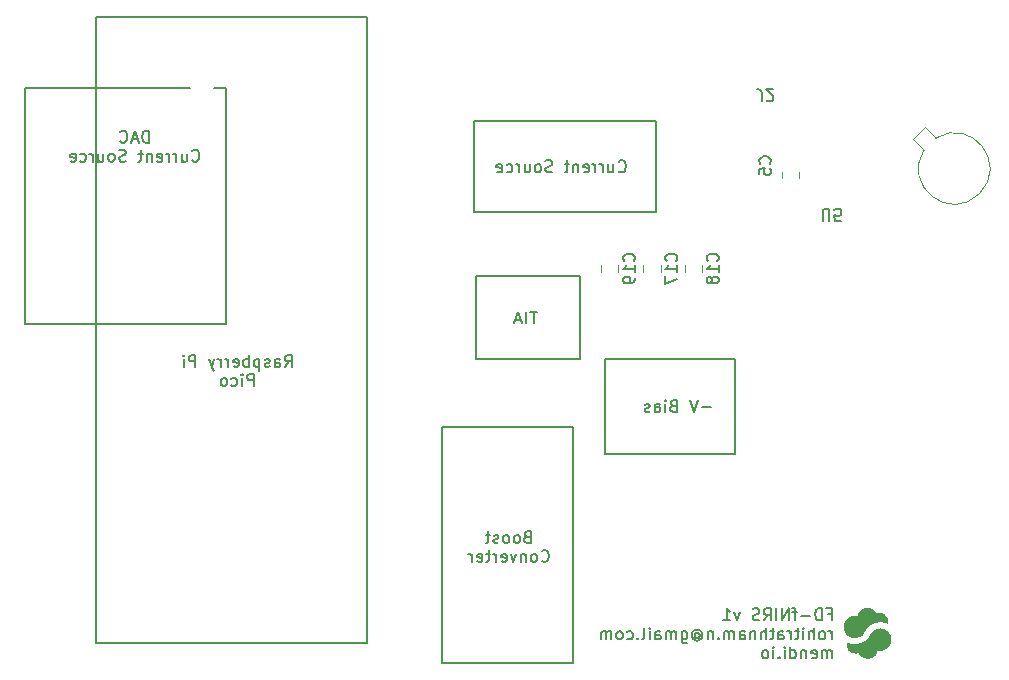
<source format=gbr>
%TF.GenerationSoftware,KiCad,Pcbnew,(6.0.0)*%
%TF.CreationDate,2022-03-16T14:13:50+01:00*%
%TF.ProjectId,driver-board,64726976-6572-42d6-926f-6172642e6b69,rev?*%
%TF.SameCoordinates,Original*%
%TF.FileFunction,Legend,Bot*%
%TF.FilePolarity,Positive*%
%FSLAX46Y46*%
G04 Gerber Fmt 4.6, Leading zero omitted, Abs format (unit mm)*
G04 Created by KiCad (PCBNEW (6.0.0)) date 2022-03-16 14:13:50*
%MOMM*%
%LPD*%
G01*
G04 APERTURE LIST*
%ADD10C,0.150000*%
%ADD11C,0.120000*%
G04 APERTURE END LIST*
D10*
X121100000Y-102000000D02*
X121100000Y-110000000D01*
X99200000Y-94900000D02*
X108000000Y-94900000D01*
X78000000Y-99000000D02*
X61000000Y-99000000D01*
X108000000Y-102000000D02*
X99200000Y-102000000D01*
X99000000Y-81800000D02*
X114450000Y-81800000D01*
X114450000Y-89500000D02*
X99000000Y-89500000D01*
X99200000Y-102000000D02*
X99200000Y-94900000D01*
X78000000Y-79000000D02*
X78000000Y-99000000D01*
X110100000Y-102000000D02*
X121100000Y-102000000D01*
X61000000Y-99000000D02*
X61000000Y-79000000D01*
X99000000Y-81800000D02*
X99000000Y-89500000D01*
X108000000Y-94900000D02*
X108000000Y-102000000D01*
X96300000Y-127700000D02*
X96300000Y-107700000D01*
X107400000Y-127700000D02*
X96300000Y-127700000D01*
X67000000Y-126000000D02*
X67000000Y-73000000D01*
X90000000Y-73000000D02*
X90000000Y-126000000D01*
X107400000Y-107700000D02*
X107400000Y-127700000D01*
X114450000Y-81800000D02*
X114450000Y-89500000D01*
X90000000Y-126000000D02*
X67000000Y-126000000D01*
X67000000Y-73000000D02*
X90000000Y-73000000D01*
X61000000Y-79000000D02*
X75000000Y-79000000D01*
X78000000Y-79000000D02*
X77000000Y-79000000D01*
X121100000Y-110000000D02*
X110100000Y-110000000D01*
X96300000Y-107700000D02*
X107400000Y-107700000D01*
X110100000Y-110000000D02*
X110100000Y-102000000D01*
X111257142Y-86057142D02*
X111304761Y-86104761D01*
X111447619Y-86152380D01*
X111542857Y-86152380D01*
X111685714Y-86104761D01*
X111780952Y-86009523D01*
X111828571Y-85914285D01*
X111876190Y-85723809D01*
X111876190Y-85580952D01*
X111828571Y-85390476D01*
X111780952Y-85295238D01*
X111685714Y-85200000D01*
X111542857Y-85152380D01*
X111447619Y-85152380D01*
X111304761Y-85200000D01*
X111257142Y-85247619D01*
X110400000Y-85485714D02*
X110400000Y-86152380D01*
X110828571Y-85485714D02*
X110828571Y-86009523D01*
X110780952Y-86104761D01*
X110685714Y-86152380D01*
X110542857Y-86152380D01*
X110447619Y-86104761D01*
X110400000Y-86057142D01*
X109923809Y-86152380D02*
X109923809Y-85485714D01*
X109923809Y-85676190D02*
X109876190Y-85580952D01*
X109828571Y-85533333D01*
X109733333Y-85485714D01*
X109638095Y-85485714D01*
X109304761Y-86152380D02*
X109304761Y-85485714D01*
X109304761Y-85676190D02*
X109257142Y-85580952D01*
X109209523Y-85533333D01*
X109114285Y-85485714D01*
X109019047Y-85485714D01*
X108304761Y-86104761D02*
X108400000Y-86152380D01*
X108590476Y-86152380D01*
X108685714Y-86104761D01*
X108733333Y-86009523D01*
X108733333Y-85628571D01*
X108685714Y-85533333D01*
X108590476Y-85485714D01*
X108400000Y-85485714D01*
X108304761Y-85533333D01*
X108257142Y-85628571D01*
X108257142Y-85723809D01*
X108733333Y-85819047D01*
X107828571Y-85485714D02*
X107828571Y-86152380D01*
X107828571Y-85580952D02*
X107780952Y-85533333D01*
X107685714Y-85485714D01*
X107542857Y-85485714D01*
X107447619Y-85533333D01*
X107400000Y-85628571D01*
X107400000Y-86152380D01*
X107066666Y-85485714D02*
X106685714Y-85485714D01*
X106923809Y-85152380D02*
X106923809Y-86009523D01*
X106876190Y-86104761D01*
X106780952Y-86152380D01*
X106685714Y-86152380D01*
X105638095Y-86104761D02*
X105495238Y-86152380D01*
X105257142Y-86152380D01*
X105161904Y-86104761D01*
X105114285Y-86057142D01*
X105066666Y-85961904D01*
X105066666Y-85866666D01*
X105114285Y-85771428D01*
X105161904Y-85723809D01*
X105257142Y-85676190D01*
X105447619Y-85628571D01*
X105542857Y-85580952D01*
X105590476Y-85533333D01*
X105638095Y-85438095D01*
X105638095Y-85342857D01*
X105590476Y-85247619D01*
X105542857Y-85200000D01*
X105447619Y-85152380D01*
X105209523Y-85152380D01*
X105066666Y-85200000D01*
X104495238Y-86152380D02*
X104590476Y-86104761D01*
X104638095Y-86057142D01*
X104685714Y-85961904D01*
X104685714Y-85676190D01*
X104638095Y-85580952D01*
X104590476Y-85533333D01*
X104495238Y-85485714D01*
X104352380Y-85485714D01*
X104257142Y-85533333D01*
X104209523Y-85580952D01*
X104161904Y-85676190D01*
X104161904Y-85961904D01*
X104209523Y-86057142D01*
X104257142Y-86104761D01*
X104352380Y-86152380D01*
X104495238Y-86152380D01*
X103304761Y-85485714D02*
X103304761Y-86152380D01*
X103733333Y-85485714D02*
X103733333Y-86009523D01*
X103685714Y-86104761D01*
X103590476Y-86152380D01*
X103447619Y-86152380D01*
X103352380Y-86104761D01*
X103304761Y-86057142D01*
X102828571Y-86152380D02*
X102828571Y-85485714D01*
X102828571Y-85676190D02*
X102780952Y-85580952D01*
X102733333Y-85533333D01*
X102638095Y-85485714D01*
X102542857Y-85485714D01*
X101780952Y-86104761D02*
X101876190Y-86152380D01*
X102066666Y-86152380D01*
X102161904Y-86104761D01*
X102209523Y-86057142D01*
X102257142Y-85961904D01*
X102257142Y-85676190D01*
X102209523Y-85580952D01*
X102161904Y-85533333D01*
X102066666Y-85485714D01*
X101876190Y-85485714D01*
X101780952Y-85533333D01*
X100971428Y-86104761D02*
X101066666Y-86152380D01*
X101257142Y-86152380D01*
X101352380Y-86104761D01*
X101400000Y-86009523D01*
X101400000Y-85628571D01*
X101352380Y-85533333D01*
X101257142Y-85485714D01*
X101066666Y-85485714D01*
X100971428Y-85533333D01*
X100923809Y-85628571D01*
X100923809Y-85723809D01*
X101400000Y-85819047D01*
X71490476Y-83647380D02*
X71490476Y-82647380D01*
X71252380Y-82647380D01*
X71109523Y-82695000D01*
X71014285Y-82790238D01*
X70966666Y-82885476D01*
X70919047Y-83075952D01*
X70919047Y-83218809D01*
X70966666Y-83409285D01*
X71014285Y-83504523D01*
X71109523Y-83599761D01*
X71252380Y-83647380D01*
X71490476Y-83647380D01*
X70538095Y-83361666D02*
X70061904Y-83361666D01*
X70633333Y-83647380D02*
X70300000Y-82647380D01*
X69966666Y-83647380D01*
X69061904Y-83552142D02*
X69109523Y-83599761D01*
X69252380Y-83647380D01*
X69347619Y-83647380D01*
X69490476Y-83599761D01*
X69585714Y-83504523D01*
X69633333Y-83409285D01*
X69680952Y-83218809D01*
X69680952Y-83075952D01*
X69633333Y-82885476D01*
X69585714Y-82790238D01*
X69490476Y-82695000D01*
X69347619Y-82647380D01*
X69252380Y-82647380D01*
X69109523Y-82695000D01*
X69061904Y-82742619D01*
X75157142Y-85162142D02*
X75204761Y-85209761D01*
X75347619Y-85257380D01*
X75442857Y-85257380D01*
X75585714Y-85209761D01*
X75680952Y-85114523D01*
X75728571Y-85019285D01*
X75776190Y-84828809D01*
X75776190Y-84685952D01*
X75728571Y-84495476D01*
X75680952Y-84400238D01*
X75585714Y-84305000D01*
X75442857Y-84257380D01*
X75347619Y-84257380D01*
X75204761Y-84305000D01*
X75157142Y-84352619D01*
X74300000Y-84590714D02*
X74300000Y-85257380D01*
X74728571Y-84590714D02*
X74728571Y-85114523D01*
X74680952Y-85209761D01*
X74585714Y-85257380D01*
X74442857Y-85257380D01*
X74347619Y-85209761D01*
X74300000Y-85162142D01*
X73823809Y-85257380D02*
X73823809Y-84590714D01*
X73823809Y-84781190D02*
X73776190Y-84685952D01*
X73728571Y-84638333D01*
X73633333Y-84590714D01*
X73538095Y-84590714D01*
X73204761Y-85257380D02*
X73204761Y-84590714D01*
X73204761Y-84781190D02*
X73157142Y-84685952D01*
X73109523Y-84638333D01*
X73014285Y-84590714D01*
X72919047Y-84590714D01*
X72204761Y-85209761D02*
X72300000Y-85257380D01*
X72490476Y-85257380D01*
X72585714Y-85209761D01*
X72633333Y-85114523D01*
X72633333Y-84733571D01*
X72585714Y-84638333D01*
X72490476Y-84590714D01*
X72300000Y-84590714D01*
X72204761Y-84638333D01*
X72157142Y-84733571D01*
X72157142Y-84828809D01*
X72633333Y-84924047D01*
X71728571Y-84590714D02*
X71728571Y-85257380D01*
X71728571Y-84685952D02*
X71680952Y-84638333D01*
X71585714Y-84590714D01*
X71442857Y-84590714D01*
X71347619Y-84638333D01*
X71300000Y-84733571D01*
X71300000Y-85257380D01*
X70966666Y-84590714D02*
X70585714Y-84590714D01*
X70823809Y-84257380D02*
X70823809Y-85114523D01*
X70776190Y-85209761D01*
X70680952Y-85257380D01*
X70585714Y-85257380D01*
X69538095Y-85209761D02*
X69395238Y-85257380D01*
X69157142Y-85257380D01*
X69061904Y-85209761D01*
X69014285Y-85162142D01*
X68966666Y-85066904D01*
X68966666Y-84971666D01*
X69014285Y-84876428D01*
X69061904Y-84828809D01*
X69157142Y-84781190D01*
X69347619Y-84733571D01*
X69442857Y-84685952D01*
X69490476Y-84638333D01*
X69538095Y-84543095D01*
X69538095Y-84447857D01*
X69490476Y-84352619D01*
X69442857Y-84305000D01*
X69347619Y-84257380D01*
X69109523Y-84257380D01*
X68966666Y-84305000D01*
X68395238Y-85257380D02*
X68490476Y-85209761D01*
X68538095Y-85162142D01*
X68585714Y-85066904D01*
X68585714Y-84781190D01*
X68538095Y-84685952D01*
X68490476Y-84638333D01*
X68395238Y-84590714D01*
X68252380Y-84590714D01*
X68157142Y-84638333D01*
X68109523Y-84685952D01*
X68061904Y-84781190D01*
X68061904Y-85066904D01*
X68109523Y-85162142D01*
X68157142Y-85209761D01*
X68252380Y-85257380D01*
X68395238Y-85257380D01*
X67204761Y-84590714D02*
X67204761Y-85257380D01*
X67633333Y-84590714D02*
X67633333Y-85114523D01*
X67585714Y-85209761D01*
X67490476Y-85257380D01*
X67347619Y-85257380D01*
X67252380Y-85209761D01*
X67204761Y-85162142D01*
X66728571Y-85257380D02*
X66728571Y-84590714D01*
X66728571Y-84781190D02*
X66680952Y-84685952D01*
X66633333Y-84638333D01*
X66538095Y-84590714D01*
X66442857Y-84590714D01*
X65680952Y-85209761D02*
X65776190Y-85257380D01*
X65966666Y-85257380D01*
X66061904Y-85209761D01*
X66109523Y-85162142D01*
X66157142Y-85066904D01*
X66157142Y-84781190D01*
X66109523Y-84685952D01*
X66061904Y-84638333D01*
X65966666Y-84590714D01*
X65776190Y-84590714D01*
X65680952Y-84638333D01*
X64871428Y-85209761D02*
X64966666Y-85257380D01*
X65157142Y-85257380D01*
X65252380Y-85209761D01*
X65300000Y-85114523D01*
X65300000Y-84733571D01*
X65252380Y-84638333D01*
X65157142Y-84590714D01*
X64966666Y-84590714D01*
X64871428Y-84638333D01*
X64823809Y-84733571D01*
X64823809Y-84828809D01*
X65300000Y-84924047D01*
X128983132Y-123568571D02*
X129316465Y-123568571D01*
X129316465Y-124092380D02*
X129316465Y-123092380D01*
X128840275Y-123092380D01*
X128459322Y-124092380D02*
X128459322Y-123092380D01*
X128221227Y-123092380D01*
X128078370Y-123140000D01*
X127983132Y-123235238D01*
X127935513Y-123330476D01*
X127887894Y-123520952D01*
X127887894Y-123663809D01*
X127935513Y-123854285D01*
X127983132Y-123949523D01*
X128078370Y-124044761D01*
X128221227Y-124092380D01*
X128459322Y-124092380D01*
X127459322Y-123711428D02*
X126697418Y-123711428D01*
X126364084Y-123425714D02*
X125983132Y-123425714D01*
X126221227Y-124092380D02*
X126221227Y-123235238D01*
X126173608Y-123140000D01*
X126078370Y-123092380D01*
X125983132Y-123092380D01*
X125649799Y-124092380D02*
X125649799Y-123092380D01*
X125078370Y-124092380D01*
X125078370Y-123092380D01*
X124602180Y-124092380D02*
X124602180Y-123092380D01*
X123554561Y-124092380D02*
X123887894Y-123616190D01*
X124125989Y-124092380D02*
X124125989Y-123092380D01*
X123745037Y-123092380D01*
X123649799Y-123140000D01*
X123602180Y-123187619D01*
X123554561Y-123282857D01*
X123554561Y-123425714D01*
X123602180Y-123520952D01*
X123649799Y-123568571D01*
X123745037Y-123616190D01*
X124125989Y-123616190D01*
X123173608Y-124044761D02*
X123030751Y-124092380D01*
X122792656Y-124092380D01*
X122697418Y-124044761D01*
X122649799Y-123997142D01*
X122602180Y-123901904D01*
X122602180Y-123806666D01*
X122649799Y-123711428D01*
X122697418Y-123663809D01*
X122792656Y-123616190D01*
X122983132Y-123568571D01*
X123078370Y-123520952D01*
X123125989Y-123473333D01*
X123173608Y-123378095D01*
X123173608Y-123282857D01*
X123125989Y-123187619D01*
X123078370Y-123140000D01*
X122983132Y-123092380D01*
X122745037Y-123092380D01*
X122602180Y-123140000D01*
X121506941Y-123425714D02*
X121268846Y-124092380D01*
X121030751Y-123425714D01*
X120125989Y-124092380D02*
X120697418Y-124092380D01*
X120411703Y-124092380D02*
X120411703Y-123092380D01*
X120506941Y-123235238D01*
X120602180Y-123330476D01*
X120697418Y-123378095D01*
X129316465Y-125702380D02*
X129316465Y-125035714D01*
X129316465Y-125226190D02*
X129268846Y-125130952D01*
X129221227Y-125083333D01*
X129125989Y-125035714D01*
X129030751Y-125035714D01*
X128554561Y-125702380D02*
X128649799Y-125654761D01*
X128697418Y-125607142D01*
X128745037Y-125511904D01*
X128745037Y-125226190D01*
X128697418Y-125130952D01*
X128649799Y-125083333D01*
X128554561Y-125035714D01*
X128411703Y-125035714D01*
X128316465Y-125083333D01*
X128268846Y-125130952D01*
X128221227Y-125226190D01*
X128221227Y-125511904D01*
X128268846Y-125607142D01*
X128316465Y-125654761D01*
X128411703Y-125702380D01*
X128554561Y-125702380D01*
X127792656Y-125702380D02*
X127792656Y-124702380D01*
X127364084Y-125702380D02*
X127364084Y-125178571D01*
X127411703Y-125083333D01*
X127506941Y-125035714D01*
X127649799Y-125035714D01*
X127745037Y-125083333D01*
X127792656Y-125130952D01*
X126887894Y-125702380D02*
X126887894Y-125035714D01*
X126887894Y-124702380D02*
X126935513Y-124750000D01*
X126887894Y-124797619D01*
X126840275Y-124750000D01*
X126887894Y-124702380D01*
X126887894Y-124797619D01*
X126554561Y-125035714D02*
X126173608Y-125035714D01*
X126411703Y-124702380D02*
X126411703Y-125559523D01*
X126364084Y-125654761D01*
X126268846Y-125702380D01*
X126173608Y-125702380D01*
X125840275Y-125702380D02*
X125840275Y-125035714D01*
X125840275Y-125226190D02*
X125792656Y-125130952D01*
X125745037Y-125083333D01*
X125649799Y-125035714D01*
X125554561Y-125035714D01*
X124792656Y-125702380D02*
X124792656Y-125178571D01*
X124840275Y-125083333D01*
X124935513Y-125035714D01*
X125125989Y-125035714D01*
X125221227Y-125083333D01*
X124792656Y-125654761D02*
X124887894Y-125702380D01*
X125125989Y-125702380D01*
X125221227Y-125654761D01*
X125268846Y-125559523D01*
X125268846Y-125464285D01*
X125221227Y-125369047D01*
X125125989Y-125321428D01*
X124887894Y-125321428D01*
X124792656Y-125273809D01*
X124459322Y-125035714D02*
X124078370Y-125035714D01*
X124316465Y-124702380D02*
X124316465Y-125559523D01*
X124268846Y-125654761D01*
X124173608Y-125702380D01*
X124078370Y-125702380D01*
X123745037Y-125702380D02*
X123745037Y-124702380D01*
X123316465Y-125702380D02*
X123316465Y-125178571D01*
X123364084Y-125083333D01*
X123459322Y-125035714D01*
X123602180Y-125035714D01*
X123697418Y-125083333D01*
X123745037Y-125130952D01*
X122840275Y-125035714D02*
X122840275Y-125702380D01*
X122840275Y-125130952D02*
X122792656Y-125083333D01*
X122697418Y-125035714D01*
X122554561Y-125035714D01*
X122459322Y-125083333D01*
X122411703Y-125178571D01*
X122411703Y-125702380D01*
X121506941Y-125702380D02*
X121506941Y-125178571D01*
X121554561Y-125083333D01*
X121649799Y-125035714D01*
X121840275Y-125035714D01*
X121935513Y-125083333D01*
X121506941Y-125654761D02*
X121602180Y-125702380D01*
X121840275Y-125702380D01*
X121935513Y-125654761D01*
X121983132Y-125559523D01*
X121983132Y-125464285D01*
X121935513Y-125369047D01*
X121840275Y-125321428D01*
X121602180Y-125321428D01*
X121506941Y-125273809D01*
X121030751Y-125702380D02*
X121030751Y-125035714D01*
X121030751Y-125130952D02*
X120983132Y-125083333D01*
X120887894Y-125035714D01*
X120745037Y-125035714D01*
X120649799Y-125083333D01*
X120602180Y-125178571D01*
X120602180Y-125702380D01*
X120602180Y-125178571D02*
X120554561Y-125083333D01*
X120459322Y-125035714D01*
X120316465Y-125035714D01*
X120221227Y-125083333D01*
X120173608Y-125178571D01*
X120173608Y-125702380D01*
X119697418Y-125607142D02*
X119649799Y-125654761D01*
X119697418Y-125702380D01*
X119745037Y-125654761D01*
X119697418Y-125607142D01*
X119697418Y-125702380D01*
X119221227Y-125035714D02*
X119221227Y-125702380D01*
X119221227Y-125130952D02*
X119173608Y-125083333D01*
X119078370Y-125035714D01*
X118935513Y-125035714D01*
X118840275Y-125083333D01*
X118792656Y-125178571D01*
X118792656Y-125702380D01*
X117697418Y-125226190D02*
X117745037Y-125178571D01*
X117840275Y-125130952D01*
X117935513Y-125130952D01*
X118030751Y-125178571D01*
X118078370Y-125226190D01*
X118125989Y-125321428D01*
X118125989Y-125416666D01*
X118078370Y-125511904D01*
X118030751Y-125559523D01*
X117935513Y-125607142D01*
X117840275Y-125607142D01*
X117745037Y-125559523D01*
X117697418Y-125511904D01*
X117697418Y-125130952D02*
X117697418Y-125511904D01*
X117649799Y-125559523D01*
X117602180Y-125559523D01*
X117506941Y-125511904D01*
X117459322Y-125416666D01*
X117459322Y-125178571D01*
X117554561Y-125035714D01*
X117697418Y-124940476D01*
X117887894Y-124892857D01*
X118078370Y-124940476D01*
X118221227Y-125035714D01*
X118316465Y-125178571D01*
X118364084Y-125369047D01*
X118316465Y-125559523D01*
X118221227Y-125702380D01*
X118078370Y-125797619D01*
X117887894Y-125845238D01*
X117697418Y-125797619D01*
X117554561Y-125702380D01*
X116602180Y-125035714D02*
X116602180Y-125845238D01*
X116649799Y-125940476D01*
X116697418Y-125988095D01*
X116792656Y-126035714D01*
X116935513Y-126035714D01*
X117030751Y-125988095D01*
X116602180Y-125654761D02*
X116697418Y-125702380D01*
X116887894Y-125702380D01*
X116983132Y-125654761D01*
X117030751Y-125607142D01*
X117078370Y-125511904D01*
X117078370Y-125226190D01*
X117030751Y-125130952D01*
X116983132Y-125083333D01*
X116887894Y-125035714D01*
X116697418Y-125035714D01*
X116602180Y-125083333D01*
X116125989Y-125702380D02*
X116125989Y-125035714D01*
X116125989Y-125130952D02*
X116078370Y-125083333D01*
X115983132Y-125035714D01*
X115840275Y-125035714D01*
X115745037Y-125083333D01*
X115697418Y-125178571D01*
X115697418Y-125702380D01*
X115697418Y-125178571D02*
X115649799Y-125083333D01*
X115554561Y-125035714D01*
X115411703Y-125035714D01*
X115316465Y-125083333D01*
X115268846Y-125178571D01*
X115268846Y-125702380D01*
X114364084Y-125702380D02*
X114364084Y-125178571D01*
X114411703Y-125083333D01*
X114506941Y-125035714D01*
X114697418Y-125035714D01*
X114792656Y-125083333D01*
X114364084Y-125654761D02*
X114459322Y-125702380D01*
X114697418Y-125702380D01*
X114792656Y-125654761D01*
X114840275Y-125559523D01*
X114840275Y-125464285D01*
X114792656Y-125369047D01*
X114697418Y-125321428D01*
X114459322Y-125321428D01*
X114364084Y-125273809D01*
X113887894Y-125702380D02*
X113887894Y-125035714D01*
X113887894Y-124702380D02*
X113935513Y-124750000D01*
X113887894Y-124797619D01*
X113840275Y-124750000D01*
X113887894Y-124702380D01*
X113887894Y-124797619D01*
X113268846Y-125702380D02*
X113364084Y-125654761D01*
X113411703Y-125559523D01*
X113411703Y-124702380D01*
X112887894Y-125607142D02*
X112840275Y-125654761D01*
X112887894Y-125702380D01*
X112935513Y-125654761D01*
X112887894Y-125607142D01*
X112887894Y-125702380D01*
X111983132Y-125654761D02*
X112078370Y-125702380D01*
X112268846Y-125702380D01*
X112364084Y-125654761D01*
X112411703Y-125607142D01*
X112459322Y-125511904D01*
X112459322Y-125226190D01*
X112411703Y-125130952D01*
X112364084Y-125083333D01*
X112268846Y-125035714D01*
X112078370Y-125035714D01*
X111983132Y-125083333D01*
X111411703Y-125702380D02*
X111506941Y-125654761D01*
X111554561Y-125607142D01*
X111602180Y-125511904D01*
X111602180Y-125226190D01*
X111554561Y-125130952D01*
X111506941Y-125083333D01*
X111411703Y-125035714D01*
X111268846Y-125035714D01*
X111173608Y-125083333D01*
X111125989Y-125130952D01*
X111078370Y-125226190D01*
X111078370Y-125511904D01*
X111125989Y-125607142D01*
X111173608Y-125654761D01*
X111268846Y-125702380D01*
X111411703Y-125702380D01*
X110649799Y-125702380D02*
X110649799Y-125035714D01*
X110649799Y-125130952D02*
X110602180Y-125083333D01*
X110506941Y-125035714D01*
X110364084Y-125035714D01*
X110268846Y-125083333D01*
X110221227Y-125178571D01*
X110221227Y-125702380D01*
X110221227Y-125178571D02*
X110173608Y-125083333D01*
X110078370Y-125035714D01*
X109935513Y-125035714D01*
X109840275Y-125083333D01*
X109792656Y-125178571D01*
X109792656Y-125702380D01*
X129316465Y-127312380D02*
X129316465Y-126645714D01*
X129316465Y-126740952D02*
X129268846Y-126693333D01*
X129173608Y-126645714D01*
X129030751Y-126645714D01*
X128935513Y-126693333D01*
X128887894Y-126788571D01*
X128887894Y-127312380D01*
X128887894Y-126788571D02*
X128840275Y-126693333D01*
X128745037Y-126645714D01*
X128602180Y-126645714D01*
X128506941Y-126693333D01*
X128459322Y-126788571D01*
X128459322Y-127312380D01*
X127602180Y-127264761D02*
X127697418Y-127312380D01*
X127887894Y-127312380D01*
X127983132Y-127264761D01*
X128030751Y-127169523D01*
X128030751Y-126788571D01*
X127983132Y-126693333D01*
X127887894Y-126645714D01*
X127697418Y-126645714D01*
X127602180Y-126693333D01*
X127554561Y-126788571D01*
X127554561Y-126883809D01*
X128030751Y-126979047D01*
X127125989Y-126645714D02*
X127125989Y-127312380D01*
X127125989Y-126740952D02*
X127078370Y-126693333D01*
X126983132Y-126645714D01*
X126840275Y-126645714D01*
X126745037Y-126693333D01*
X126697418Y-126788571D01*
X126697418Y-127312380D01*
X125792656Y-127312380D02*
X125792656Y-126312380D01*
X125792656Y-127264761D02*
X125887894Y-127312380D01*
X126078370Y-127312380D01*
X126173608Y-127264761D01*
X126221227Y-127217142D01*
X126268846Y-127121904D01*
X126268846Y-126836190D01*
X126221227Y-126740952D01*
X126173608Y-126693333D01*
X126078370Y-126645714D01*
X125887894Y-126645714D01*
X125792656Y-126693333D01*
X125316465Y-127312380D02*
X125316465Y-126645714D01*
X125316465Y-126312380D02*
X125364084Y-126360000D01*
X125316465Y-126407619D01*
X125268846Y-126360000D01*
X125316465Y-126312380D01*
X125316465Y-126407619D01*
X124840275Y-127217142D02*
X124792656Y-127264761D01*
X124840275Y-127312380D01*
X124887894Y-127264761D01*
X124840275Y-127217142D01*
X124840275Y-127312380D01*
X124364084Y-127312380D02*
X124364084Y-126645714D01*
X124364084Y-126312380D02*
X124411703Y-126360000D01*
X124364084Y-126407619D01*
X124316465Y-126360000D01*
X124364084Y-126312380D01*
X124364084Y-126407619D01*
X123745037Y-127312380D02*
X123840275Y-127264761D01*
X123887894Y-127217142D01*
X123935513Y-127121904D01*
X123935513Y-126836190D01*
X123887894Y-126740952D01*
X123840275Y-126693333D01*
X123745037Y-126645714D01*
X123602180Y-126645714D01*
X123506941Y-126693333D01*
X123459322Y-126740952D01*
X123411703Y-126836190D01*
X123411703Y-127121904D01*
X123459322Y-127217142D01*
X123506941Y-127264761D01*
X123602180Y-127312380D01*
X123745037Y-127312380D01*
X119085714Y-106071428D02*
X118323809Y-106071428D01*
X117990476Y-105452380D02*
X117657142Y-106452380D01*
X117323809Y-105452380D01*
X115895238Y-105928571D02*
X115752380Y-105976190D01*
X115704761Y-106023809D01*
X115657142Y-106119047D01*
X115657142Y-106261904D01*
X115704761Y-106357142D01*
X115752380Y-106404761D01*
X115847619Y-106452380D01*
X116228571Y-106452380D01*
X116228571Y-105452380D01*
X115895238Y-105452380D01*
X115800000Y-105500000D01*
X115752380Y-105547619D01*
X115704761Y-105642857D01*
X115704761Y-105738095D01*
X115752380Y-105833333D01*
X115800000Y-105880952D01*
X115895238Y-105928571D01*
X116228571Y-105928571D01*
X115228571Y-106452380D02*
X115228571Y-105785714D01*
X115228571Y-105452380D02*
X115276190Y-105500000D01*
X115228571Y-105547619D01*
X115180952Y-105500000D01*
X115228571Y-105452380D01*
X115228571Y-105547619D01*
X114323809Y-106452380D02*
X114323809Y-105928571D01*
X114371428Y-105833333D01*
X114466666Y-105785714D01*
X114657142Y-105785714D01*
X114752380Y-105833333D01*
X114323809Y-106404761D02*
X114419047Y-106452380D01*
X114657142Y-106452380D01*
X114752380Y-106404761D01*
X114800000Y-106309523D01*
X114800000Y-106214285D01*
X114752380Y-106119047D01*
X114657142Y-106071428D01*
X114419047Y-106071428D01*
X114323809Y-106023809D01*
X113895238Y-106404761D02*
X113800000Y-106452380D01*
X113609523Y-106452380D01*
X113514285Y-106404761D01*
X113466666Y-106309523D01*
X113466666Y-106261904D01*
X113514285Y-106166666D01*
X113609523Y-106119047D01*
X113752380Y-106119047D01*
X113847619Y-106071428D01*
X113895238Y-105976190D01*
X113895238Y-105928571D01*
X113847619Y-105833333D01*
X113752380Y-105785714D01*
X113609523Y-105785714D01*
X113514285Y-105833333D01*
X103523809Y-117023571D02*
X103380952Y-117071190D01*
X103333333Y-117118809D01*
X103285714Y-117214047D01*
X103285714Y-117356904D01*
X103333333Y-117452142D01*
X103380952Y-117499761D01*
X103476190Y-117547380D01*
X103857142Y-117547380D01*
X103857142Y-116547380D01*
X103523809Y-116547380D01*
X103428571Y-116595000D01*
X103380952Y-116642619D01*
X103333333Y-116737857D01*
X103333333Y-116833095D01*
X103380952Y-116928333D01*
X103428571Y-116975952D01*
X103523809Y-117023571D01*
X103857142Y-117023571D01*
X102714285Y-117547380D02*
X102809523Y-117499761D01*
X102857142Y-117452142D01*
X102904761Y-117356904D01*
X102904761Y-117071190D01*
X102857142Y-116975952D01*
X102809523Y-116928333D01*
X102714285Y-116880714D01*
X102571428Y-116880714D01*
X102476190Y-116928333D01*
X102428571Y-116975952D01*
X102380952Y-117071190D01*
X102380952Y-117356904D01*
X102428571Y-117452142D01*
X102476190Y-117499761D01*
X102571428Y-117547380D01*
X102714285Y-117547380D01*
X101809523Y-117547380D02*
X101904761Y-117499761D01*
X101952380Y-117452142D01*
X102000000Y-117356904D01*
X102000000Y-117071190D01*
X101952380Y-116975952D01*
X101904761Y-116928333D01*
X101809523Y-116880714D01*
X101666666Y-116880714D01*
X101571428Y-116928333D01*
X101523809Y-116975952D01*
X101476190Y-117071190D01*
X101476190Y-117356904D01*
X101523809Y-117452142D01*
X101571428Y-117499761D01*
X101666666Y-117547380D01*
X101809523Y-117547380D01*
X101095238Y-117499761D02*
X101000000Y-117547380D01*
X100809523Y-117547380D01*
X100714285Y-117499761D01*
X100666666Y-117404523D01*
X100666666Y-117356904D01*
X100714285Y-117261666D01*
X100809523Y-117214047D01*
X100952380Y-117214047D01*
X101047619Y-117166428D01*
X101095238Y-117071190D01*
X101095238Y-117023571D01*
X101047619Y-116928333D01*
X100952380Y-116880714D01*
X100809523Y-116880714D01*
X100714285Y-116928333D01*
X100380952Y-116880714D02*
X100000000Y-116880714D01*
X100238095Y-116547380D02*
X100238095Y-117404523D01*
X100190476Y-117499761D01*
X100095238Y-117547380D01*
X100000000Y-117547380D01*
X104738095Y-119062142D02*
X104785714Y-119109761D01*
X104928571Y-119157380D01*
X105023809Y-119157380D01*
X105166666Y-119109761D01*
X105261904Y-119014523D01*
X105309523Y-118919285D01*
X105357142Y-118728809D01*
X105357142Y-118585952D01*
X105309523Y-118395476D01*
X105261904Y-118300238D01*
X105166666Y-118205000D01*
X105023809Y-118157380D01*
X104928571Y-118157380D01*
X104785714Y-118205000D01*
X104738095Y-118252619D01*
X104166666Y-119157380D02*
X104261904Y-119109761D01*
X104309523Y-119062142D01*
X104357142Y-118966904D01*
X104357142Y-118681190D01*
X104309523Y-118585952D01*
X104261904Y-118538333D01*
X104166666Y-118490714D01*
X104023809Y-118490714D01*
X103928571Y-118538333D01*
X103880952Y-118585952D01*
X103833333Y-118681190D01*
X103833333Y-118966904D01*
X103880952Y-119062142D01*
X103928571Y-119109761D01*
X104023809Y-119157380D01*
X104166666Y-119157380D01*
X103404761Y-118490714D02*
X103404761Y-119157380D01*
X103404761Y-118585952D02*
X103357142Y-118538333D01*
X103261904Y-118490714D01*
X103119047Y-118490714D01*
X103023809Y-118538333D01*
X102976190Y-118633571D01*
X102976190Y-119157380D01*
X102595238Y-118490714D02*
X102357142Y-119157380D01*
X102119047Y-118490714D01*
X101357142Y-119109761D02*
X101452380Y-119157380D01*
X101642857Y-119157380D01*
X101738095Y-119109761D01*
X101785714Y-119014523D01*
X101785714Y-118633571D01*
X101738095Y-118538333D01*
X101642857Y-118490714D01*
X101452380Y-118490714D01*
X101357142Y-118538333D01*
X101309523Y-118633571D01*
X101309523Y-118728809D01*
X101785714Y-118824047D01*
X100880952Y-119157380D02*
X100880952Y-118490714D01*
X100880952Y-118681190D02*
X100833333Y-118585952D01*
X100785714Y-118538333D01*
X100690476Y-118490714D01*
X100595238Y-118490714D01*
X100404761Y-118490714D02*
X100023809Y-118490714D01*
X100261904Y-118157380D02*
X100261904Y-119014523D01*
X100214285Y-119109761D01*
X100119047Y-119157380D01*
X100023809Y-119157380D01*
X99309523Y-119109761D02*
X99404761Y-119157380D01*
X99595238Y-119157380D01*
X99690476Y-119109761D01*
X99738095Y-119014523D01*
X99738095Y-118633571D01*
X99690476Y-118538333D01*
X99595238Y-118490714D01*
X99404761Y-118490714D01*
X99309523Y-118538333D01*
X99261904Y-118633571D01*
X99261904Y-118728809D01*
X99738095Y-118824047D01*
X98833333Y-119157380D02*
X98833333Y-118490714D01*
X98833333Y-118681190D02*
X98785714Y-118585952D01*
X98738095Y-118538333D01*
X98642857Y-118490714D01*
X98547619Y-118490714D01*
X83000000Y-102647380D02*
X83333333Y-102171190D01*
X83571428Y-102647380D02*
X83571428Y-101647380D01*
X83190476Y-101647380D01*
X83095238Y-101695000D01*
X83047619Y-101742619D01*
X83000000Y-101837857D01*
X83000000Y-101980714D01*
X83047619Y-102075952D01*
X83095238Y-102123571D01*
X83190476Y-102171190D01*
X83571428Y-102171190D01*
X82142857Y-102647380D02*
X82142857Y-102123571D01*
X82190476Y-102028333D01*
X82285714Y-101980714D01*
X82476190Y-101980714D01*
X82571428Y-102028333D01*
X82142857Y-102599761D02*
X82238095Y-102647380D01*
X82476190Y-102647380D01*
X82571428Y-102599761D01*
X82619047Y-102504523D01*
X82619047Y-102409285D01*
X82571428Y-102314047D01*
X82476190Y-102266428D01*
X82238095Y-102266428D01*
X82142857Y-102218809D01*
X81714285Y-102599761D02*
X81619047Y-102647380D01*
X81428571Y-102647380D01*
X81333333Y-102599761D01*
X81285714Y-102504523D01*
X81285714Y-102456904D01*
X81333333Y-102361666D01*
X81428571Y-102314047D01*
X81571428Y-102314047D01*
X81666666Y-102266428D01*
X81714285Y-102171190D01*
X81714285Y-102123571D01*
X81666666Y-102028333D01*
X81571428Y-101980714D01*
X81428571Y-101980714D01*
X81333333Y-102028333D01*
X80857142Y-101980714D02*
X80857142Y-102980714D01*
X80857142Y-102028333D02*
X80761904Y-101980714D01*
X80571428Y-101980714D01*
X80476190Y-102028333D01*
X80428571Y-102075952D01*
X80380952Y-102171190D01*
X80380952Y-102456904D01*
X80428571Y-102552142D01*
X80476190Y-102599761D01*
X80571428Y-102647380D01*
X80761904Y-102647380D01*
X80857142Y-102599761D01*
X79952380Y-102647380D02*
X79952380Y-101647380D01*
X79952380Y-102028333D02*
X79857142Y-101980714D01*
X79666666Y-101980714D01*
X79571428Y-102028333D01*
X79523809Y-102075952D01*
X79476190Y-102171190D01*
X79476190Y-102456904D01*
X79523809Y-102552142D01*
X79571428Y-102599761D01*
X79666666Y-102647380D01*
X79857142Y-102647380D01*
X79952380Y-102599761D01*
X78666666Y-102599761D02*
X78761904Y-102647380D01*
X78952380Y-102647380D01*
X79047619Y-102599761D01*
X79095238Y-102504523D01*
X79095238Y-102123571D01*
X79047619Y-102028333D01*
X78952380Y-101980714D01*
X78761904Y-101980714D01*
X78666666Y-102028333D01*
X78619047Y-102123571D01*
X78619047Y-102218809D01*
X79095238Y-102314047D01*
X78190476Y-102647380D02*
X78190476Y-101980714D01*
X78190476Y-102171190D02*
X78142857Y-102075952D01*
X78095238Y-102028333D01*
X78000000Y-101980714D01*
X77904761Y-101980714D01*
X77571428Y-102647380D02*
X77571428Y-101980714D01*
X77571428Y-102171190D02*
X77523809Y-102075952D01*
X77476190Y-102028333D01*
X77380952Y-101980714D01*
X77285714Y-101980714D01*
X77047619Y-101980714D02*
X76809523Y-102647380D01*
X76571428Y-101980714D02*
X76809523Y-102647380D01*
X76904761Y-102885476D01*
X76952380Y-102933095D01*
X77047619Y-102980714D01*
X75428571Y-102647380D02*
X75428571Y-101647380D01*
X75047619Y-101647380D01*
X74952380Y-101695000D01*
X74904761Y-101742619D01*
X74857142Y-101837857D01*
X74857142Y-101980714D01*
X74904761Y-102075952D01*
X74952380Y-102123571D01*
X75047619Y-102171190D01*
X75428571Y-102171190D01*
X74428571Y-102647380D02*
X74428571Y-101980714D01*
X74428571Y-101647380D02*
X74476190Y-101695000D01*
X74428571Y-101742619D01*
X74380952Y-101695000D01*
X74428571Y-101647380D01*
X74428571Y-101742619D01*
X80380952Y-104257380D02*
X80380952Y-103257380D01*
X80000000Y-103257380D01*
X79904761Y-103305000D01*
X79857142Y-103352619D01*
X79809523Y-103447857D01*
X79809523Y-103590714D01*
X79857142Y-103685952D01*
X79904761Y-103733571D01*
X80000000Y-103781190D01*
X80380952Y-103781190D01*
X79380952Y-104257380D02*
X79380952Y-103590714D01*
X79380952Y-103257380D02*
X79428571Y-103305000D01*
X79380952Y-103352619D01*
X79333333Y-103305000D01*
X79380952Y-103257380D01*
X79380952Y-103352619D01*
X78476190Y-104209761D02*
X78571428Y-104257380D01*
X78761904Y-104257380D01*
X78857142Y-104209761D01*
X78904761Y-104162142D01*
X78952380Y-104066904D01*
X78952380Y-103781190D01*
X78904761Y-103685952D01*
X78857142Y-103638333D01*
X78761904Y-103590714D01*
X78571428Y-103590714D01*
X78476190Y-103638333D01*
X77904761Y-104257380D02*
X78000000Y-104209761D01*
X78047619Y-104162142D01*
X78095238Y-104066904D01*
X78095238Y-103781190D01*
X78047619Y-103685952D01*
X78000000Y-103638333D01*
X77904761Y-103590714D01*
X77761904Y-103590714D01*
X77666666Y-103638333D01*
X77619047Y-103685952D01*
X77571428Y-103781190D01*
X77571428Y-104066904D01*
X77619047Y-104162142D01*
X77666666Y-104209761D01*
X77761904Y-104257380D01*
X77904761Y-104257380D01*
X104352380Y-97952380D02*
X103780952Y-97952380D01*
X104066666Y-98952380D02*
X104066666Y-97952380D01*
X103447619Y-98952380D02*
X103447619Y-97952380D01*
X103019047Y-98666666D02*
X102542857Y-98666666D01*
X103114285Y-98952380D02*
X102780952Y-97952380D01*
X102447619Y-98952380D01*
%TO.C,J2*%
X123366666Y-80147619D02*
X123366666Y-79433333D01*
X123319047Y-79290476D01*
X123223809Y-79195238D01*
X123080952Y-79147619D01*
X122985714Y-79147619D01*
X123795238Y-80052380D02*
X123842857Y-80100000D01*
X123938095Y-80147619D01*
X124176190Y-80147619D01*
X124271428Y-80100000D01*
X124319047Y-80052380D01*
X124366666Y-79957142D01*
X124366666Y-79861904D01*
X124319047Y-79719047D01*
X123747619Y-79147619D01*
X124366666Y-79147619D01*
%TO.C,C18*%
X119637142Y-93657142D02*
X119684761Y-93609523D01*
X119732380Y-93466666D01*
X119732380Y-93371428D01*
X119684761Y-93228571D01*
X119589523Y-93133333D01*
X119494285Y-93085714D01*
X119303809Y-93038095D01*
X119160952Y-93038095D01*
X118970476Y-93085714D01*
X118875238Y-93133333D01*
X118780000Y-93228571D01*
X118732380Y-93371428D01*
X118732380Y-93466666D01*
X118780000Y-93609523D01*
X118827619Y-93657142D01*
X119732380Y-94609523D02*
X119732380Y-94038095D01*
X119732380Y-94323809D02*
X118732380Y-94323809D01*
X118875238Y-94228571D01*
X118970476Y-94133333D01*
X119018095Y-94038095D01*
X119160952Y-95180952D02*
X119113333Y-95085714D01*
X119065714Y-95038095D01*
X118970476Y-94990476D01*
X118922857Y-94990476D01*
X118827619Y-95038095D01*
X118780000Y-95085714D01*
X118732380Y-95180952D01*
X118732380Y-95371428D01*
X118780000Y-95466666D01*
X118827619Y-95514285D01*
X118922857Y-95561904D01*
X118970476Y-95561904D01*
X119065714Y-95514285D01*
X119113333Y-95466666D01*
X119160952Y-95371428D01*
X119160952Y-95180952D01*
X119208571Y-95085714D01*
X119256190Y-95038095D01*
X119351428Y-94990476D01*
X119541904Y-94990476D01*
X119637142Y-95038095D01*
X119684761Y-95085714D01*
X119732380Y-95180952D01*
X119732380Y-95371428D01*
X119684761Y-95466666D01*
X119637142Y-95514285D01*
X119541904Y-95561904D01*
X119351428Y-95561904D01*
X119256190Y-95514285D01*
X119208571Y-95466666D01*
X119160952Y-95371428D01*
%TO.C,C5*%
X124057142Y-85433333D02*
X124104761Y-85385714D01*
X124152380Y-85242857D01*
X124152380Y-85147619D01*
X124104761Y-85004761D01*
X124009523Y-84909523D01*
X123914285Y-84861904D01*
X123723809Y-84814285D01*
X123580952Y-84814285D01*
X123390476Y-84861904D01*
X123295238Y-84909523D01*
X123200000Y-85004761D01*
X123152380Y-85147619D01*
X123152380Y-85242857D01*
X123200000Y-85385714D01*
X123247619Y-85433333D01*
X123152380Y-86338095D02*
X123152380Y-85861904D01*
X123628571Y-85814285D01*
X123580952Y-85861904D01*
X123533333Y-85957142D01*
X123533333Y-86195238D01*
X123580952Y-86290476D01*
X123628571Y-86338095D01*
X123723809Y-86385714D01*
X123961904Y-86385714D01*
X124057142Y-86338095D01*
X124104761Y-86290476D01*
X124152380Y-86195238D01*
X124152380Y-85957142D01*
X124104761Y-85861904D01*
X124057142Y-85814285D01*
%TO.C,C17*%
X116137142Y-93657142D02*
X116184761Y-93609523D01*
X116232380Y-93466666D01*
X116232380Y-93371428D01*
X116184761Y-93228571D01*
X116089523Y-93133333D01*
X115994285Y-93085714D01*
X115803809Y-93038095D01*
X115660952Y-93038095D01*
X115470476Y-93085714D01*
X115375238Y-93133333D01*
X115280000Y-93228571D01*
X115232380Y-93371428D01*
X115232380Y-93466666D01*
X115280000Y-93609523D01*
X115327619Y-93657142D01*
X116232380Y-94609523D02*
X116232380Y-94038095D01*
X116232380Y-94323809D02*
X115232380Y-94323809D01*
X115375238Y-94228571D01*
X115470476Y-94133333D01*
X115518095Y-94038095D01*
X115232380Y-94942857D02*
X115232380Y-95609523D01*
X116232380Y-95180952D01*
%TO.C,U5*%
X128538095Y-90247619D02*
X128538095Y-89438095D01*
X128585714Y-89342857D01*
X128633333Y-89295238D01*
X128728571Y-89247619D01*
X128919047Y-89247619D01*
X129014285Y-89295238D01*
X129061904Y-89342857D01*
X129109523Y-89438095D01*
X129109523Y-90247619D01*
X130061904Y-90247619D02*
X129585714Y-90247619D01*
X129538095Y-89771428D01*
X129585714Y-89819047D01*
X129680952Y-89866666D01*
X129919047Y-89866666D01*
X130014285Y-89819047D01*
X130061904Y-89771428D01*
X130109523Y-89676190D01*
X130109523Y-89438095D01*
X130061904Y-89342857D01*
X130014285Y-89295238D01*
X129919047Y-89247619D01*
X129680952Y-89247619D01*
X129585714Y-89295238D01*
X129538095Y-89342857D01*
%TO.C,C19*%
X112537142Y-93657142D02*
X112584761Y-93609523D01*
X112632380Y-93466666D01*
X112632380Y-93371428D01*
X112584761Y-93228571D01*
X112489523Y-93133333D01*
X112394285Y-93085714D01*
X112203809Y-93038095D01*
X112060952Y-93038095D01*
X111870476Y-93085714D01*
X111775238Y-93133333D01*
X111680000Y-93228571D01*
X111632380Y-93371428D01*
X111632380Y-93466666D01*
X111680000Y-93609523D01*
X111727619Y-93657142D01*
X112632380Y-94609523D02*
X112632380Y-94038095D01*
X112632380Y-94323809D02*
X111632380Y-94323809D01*
X111775238Y-94228571D01*
X111870476Y-94133333D01*
X111918095Y-94038095D01*
X112632380Y-95085714D02*
X112632380Y-95276190D01*
X112584761Y-95371428D01*
X112537142Y-95419047D01*
X112394285Y-95514285D01*
X112203809Y-95561904D01*
X111822857Y-95561904D01*
X111727619Y-95514285D01*
X111680000Y-95466666D01*
X111632380Y-95371428D01*
X111632380Y-95180952D01*
X111680000Y-95085714D01*
X111727619Y-95038095D01*
X111822857Y-94990476D01*
X112060952Y-94990476D01*
X112156190Y-95038095D01*
X112203809Y-95085714D01*
X112251428Y-95180952D01*
X112251428Y-95371428D01*
X112203809Y-95466666D01*
X112156190Y-95514285D01*
X112060952Y-95561904D01*
D11*
%TO.C,C18*%
X118335000Y-94561252D02*
X118335000Y-94038748D01*
X116865000Y-94561252D02*
X116865000Y-94038748D01*
%TO.C,C5*%
X126535000Y-86138748D02*
X126535000Y-86661252D01*
X125065000Y-86138748D02*
X125065000Y-86661252D01*
%TO.C,C17*%
X114835000Y-94561252D02*
X114835000Y-94038748D01*
X113365000Y-94561252D02*
X113365000Y-94038748D01*
%TO.C,FID1*%
G36*
X132356207Y-123029768D02*
G01*
X132393904Y-123029988D01*
X132423459Y-123030557D01*
X132447141Y-123031670D01*
X132467217Y-123033519D01*
X132485954Y-123036295D01*
X132505619Y-123040192D01*
X132528480Y-123045403D01*
X132607283Y-123067002D01*
X132685519Y-123095957D01*
X132759843Y-123132122D01*
X132833438Y-123176870D01*
X132864676Y-123199210D01*
X132912021Y-123238271D01*
X132958918Y-123282600D01*
X133003486Y-123330149D01*
X133043843Y-123378874D01*
X133078110Y-123426727D01*
X133104405Y-123471664D01*
X133116014Y-123494577D01*
X133147888Y-123484695D01*
X133177896Y-123476577D01*
X133235133Y-123465908D01*
X133297397Y-123459320D01*
X133361331Y-123457002D01*
X133423577Y-123459144D01*
X133480776Y-123465935D01*
X133548458Y-123480949D01*
X133630943Y-123508817D01*
X133709477Y-123546024D01*
X133783093Y-123591870D01*
X133850822Y-123645655D01*
X133911695Y-123706680D01*
X133964744Y-123774244D01*
X134009000Y-123847649D01*
X134036118Y-123904848D01*
X134066923Y-123989918D01*
X134086769Y-124075968D01*
X134095689Y-124163228D01*
X134093716Y-124251930D01*
X134080885Y-124342302D01*
X134077502Y-124358500D01*
X134072611Y-124379559D01*
X134068450Y-124394806D01*
X134065663Y-124401726D01*
X134064536Y-124402158D01*
X134055365Y-124400647D01*
X134039730Y-124395385D01*
X134020253Y-124387210D01*
X133963554Y-124362807D01*
X133846274Y-124321008D01*
X133727030Y-124289669D01*
X133606464Y-124268676D01*
X133485220Y-124257909D01*
X133363942Y-124257251D01*
X133243273Y-124266586D01*
X133123857Y-124285795D01*
X133006337Y-124314762D01*
X132891356Y-124353369D01*
X132779560Y-124401498D01*
X132671590Y-124459033D01*
X132568091Y-124525856D01*
X132469706Y-124601849D01*
X132377079Y-124686895D01*
X132367363Y-124696693D01*
X132296286Y-124774159D01*
X132232397Y-124855096D01*
X132173873Y-124941980D01*
X132118889Y-125037286D01*
X132109727Y-125054209D01*
X132073532Y-125117651D01*
X132038925Y-125172401D01*
X132004867Y-125220032D01*
X131970318Y-125262117D01*
X131917106Y-125317531D01*
X131841435Y-125382631D01*
X131759190Y-125439564D01*
X131671368Y-125487799D01*
X131578962Y-125526806D01*
X131482970Y-125556052D01*
X131384386Y-125575005D01*
X131355603Y-125577586D01*
X131318521Y-125578861D01*
X131276032Y-125578906D01*
X131230872Y-125577820D01*
X131185779Y-125575698D01*
X131143489Y-125572639D01*
X131106738Y-125568740D01*
X131078263Y-125564099D01*
X131067627Y-125561779D01*
X130967937Y-125534081D01*
X130873492Y-125497002D01*
X130784773Y-125451026D01*
X130702260Y-125396636D01*
X130626433Y-125334314D01*
X130557772Y-125264543D01*
X130496759Y-125187805D01*
X130443872Y-125104585D01*
X130399593Y-125015363D01*
X130364402Y-124920623D01*
X130338778Y-124820848D01*
X130334628Y-124798951D01*
X130322829Y-124701333D01*
X130321561Y-124603485D01*
X130330509Y-124506311D01*
X130349357Y-124410715D01*
X130377790Y-124317601D01*
X130415493Y-124227873D01*
X130462151Y-124142436D01*
X130517447Y-124062193D01*
X130581067Y-123988048D01*
X130652695Y-123920906D01*
X130665712Y-123910173D01*
X130749201Y-123849474D01*
X130837800Y-123798543D01*
X130931426Y-123757418D01*
X131029994Y-123726137D01*
X131133420Y-123704739D01*
X131152310Y-123702228D01*
X131202189Y-123698516D01*
X131257757Y-123697655D01*
X131315713Y-123699495D01*
X131372751Y-123703892D01*
X131425570Y-123710697D01*
X131470865Y-123719763D01*
X131472293Y-123720097D01*
X131479654Y-123719876D01*
X131484535Y-123713600D01*
X131489039Y-123698849D01*
X131494532Y-123678788D01*
X131508419Y-123635319D01*
X131525346Y-123588924D01*
X131543683Y-123543957D01*
X131561795Y-123504770D01*
X131566252Y-123495994D01*
X131615539Y-123411961D01*
X131673015Y-123335139D01*
X131738286Y-123265829D01*
X131810957Y-123204331D01*
X131890635Y-123150947D01*
X131976924Y-123105978D01*
X132069431Y-123069724D01*
X132167761Y-123042486D01*
X132184049Y-123038985D01*
X132203505Y-123035431D01*
X132222891Y-123032897D01*
X132244426Y-123031221D01*
X132270330Y-123030244D01*
X132302823Y-123029805D01*
X132344126Y-123029744D01*
X132356207Y-123029768D01*
G37*
G36*
X133480827Y-124781890D02*
G01*
X133533131Y-124786697D01*
X133627523Y-124803610D01*
X133720420Y-124830579D01*
X133810572Y-124866989D01*
X133896725Y-124912226D01*
X133977628Y-124965675D01*
X134052029Y-125026723D01*
X134118676Y-125094756D01*
X134137017Y-125116342D01*
X134197966Y-125198483D01*
X134249155Y-125285024D01*
X134290492Y-125375253D01*
X134321883Y-125468456D01*
X134343236Y-125563921D01*
X134354459Y-125660934D01*
X134355457Y-125758782D01*
X134346139Y-125856753D01*
X134326411Y-125954132D01*
X134296180Y-126050207D01*
X134255355Y-126144264D01*
X134210846Y-126223716D01*
X134153674Y-126304895D01*
X134088538Y-126379078D01*
X134016085Y-126445787D01*
X133936962Y-126504549D01*
X133851814Y-126554887D01*
X133761289Y-126596326D01*
X133666034Y-126628390D01*
X133566694Y-126650605D01*
X133523130Y-126656509D01*
X133457583Y-126661130D01*
X133389439Y-126661693D01*
X133322982Y-126658196D01*
X133262497Y-126650641D01*
X133237458Y-126646382D01*
X133216512Y-126642862D01*
X133202068Y-126640483D01*
X133196310Y-126639609D01*
X133195074Y-126642035D01*
X133191871Y-126652551D01*
X133187808Y-126668567D01*
X133179537Y-126700044D01*
X133154333Y-126773633D01*
X133121467Y-126847472D01*
X133082478Y-126918318D01*
X133038901Y-126982929D01*
X133024297Y-127001836D01*
X132959634Y-127074522D01*
X132887723Y-127139222D01*
X132809250Y-127195540D01*
X132724897Y-127243078D01*
X132635350Y-127281438D01*
X132541293Y-127310222D01*
X132443409Y-127329032D01*
X132437298Y-127329782D01*
X132406412Y-127331909D01*
X132368281Y-127332607D01*
X132325859Y-127331990D01*
X132282096Y-127330172D01*
X132239948Y-127327265D01*
X132202366Y-127323382D01*
X132172304Y-127318637D01*
X132138356Y-127310933D01*
X132068133Y-127290401D01*
X131998010Y-127264261D01*
X131931603Y-127233932D01*
X131872530Y-127200836D01*
X131807761Y-127155233D01*
X131743683Y-127100222D01*
X131684043Y-127039031D01*
X131631034Y-126973913D01*
X131586849Y-126907123D01*
X131583594Y-126901548D01*
X131573581Y-126884419D01*
X131566355Y-126872088D01*
X131563304Y-126866919D01*
X131562962Y-126866813D01*
X131555689Y-126867994D01*
X131541022Y-126871492D01*
X131521606Y-126876689D01*
X131514976Y-126878508D01*
X131426240Y-126896889D01*
X131337365Y-126904306D01*
X131248827Y-126900806D01*
X131161098Y-126886435D01*
X131074652Y-126861237D01*
X130989964Y-126825260D01*
X130945284Y-126801687D01*
X130893674Y-126769304D01*
X130846764Y-126732927D01*
X130800966Y-126689989D01*
X130774020Y-126661649D01*
X130728672Y-126607564D01*
X130690927Y-126552494D01*
X130658823Y-126493727D01*
X130646880Y-126468492D01*
X130621544Y-126407741D01*
X130603188Y-126350026D01*
X130591060Y-126292087D01*
X130584410Y-126230664D01*
X130582485Y-126162497D01*
X130582706Y-126136060D01*
X130583789Y-126101003D01*
X130586019Y-126071578D01*
X130589680Y-126044485D01*
X130595057Y-126016423D01*
X130599198Y-125997399D01*
X130603878Y-125976892D01*
X130607409Y-125962577D01*
X130609242Y-125956758D01*
X130612245Y-125957159D01*
X130622754Y-125961262D01*
X130637834Y-125968401D01*
X130655700Y-125976926D01*
X130691246Y-125992218D01*
X130732532Y-126008465D01*
X130776516Y-126024532D01*
X130820158Y-126039280D01*
X130860416Y-126051576D01*
X130947930Y-126073401D01*
X131042664Y-126090914D01*
X131138014Y-126102731D01*
X131230889Y-126108472D01*
X131318198Y-126107758D01*
X131400086Y-126101680D01*
X131527674Y-126083565D01*
X131651470Y-126055206D01*
X131771170Y-126016737D01*
X131886470Y-125968291D01*
X131997067Y-125910003D01*
X132102656Y-125842004D01*
X132202934Y-125764430D01*
X132297597Y-125677413D01*
X132298569Y-125676441D01*
X132355731Y-125616572D01*
X132407122Y-125556731D01*
X132454298Y-125494743D01*
X132498815Y-125428434D01*
X132542230Y-125355627D01*
X132586097Y-125274149D01*
X132613844Y-125224121D01*
X132653126Y-125164670D01*
X132698500Y-125107986D01*
X132752195Y-125051075D01*
X132805555Y-125001689D01*
X132862405Y-124957031D01*
X132923497Y-124917306D01*
X132992226Y-124880098D01*
X133022153Y-124865698D01*
X133110320Y-124829701D01*
X133198555Y-124803667D01*
X133288575Y-124787250D01*
X133382094Y-124780106D01*
X133480827Y-124781890D01*
G37*
%TO.C,LD1*%
X136200276Y-83344949D02*
X137190225Y-82355000D01*
X137190225Y-82355000D02*
X138102393Y-83267167D01*
X137112443Y-84257117D02*
X136200276Y-83344949D01*
X137112443Y-84257117D02*
G75*
G03*
X138102180Y-83267298I2572281J-1582331D01*
G01*
%TO.C,C19*%
X111235000Y-94561252D02*
X111235000Y-94038748D01*
X109765000Y-94561252D02*
X109765000Y-94038748D01*
%TD*%
M02*

</source>
